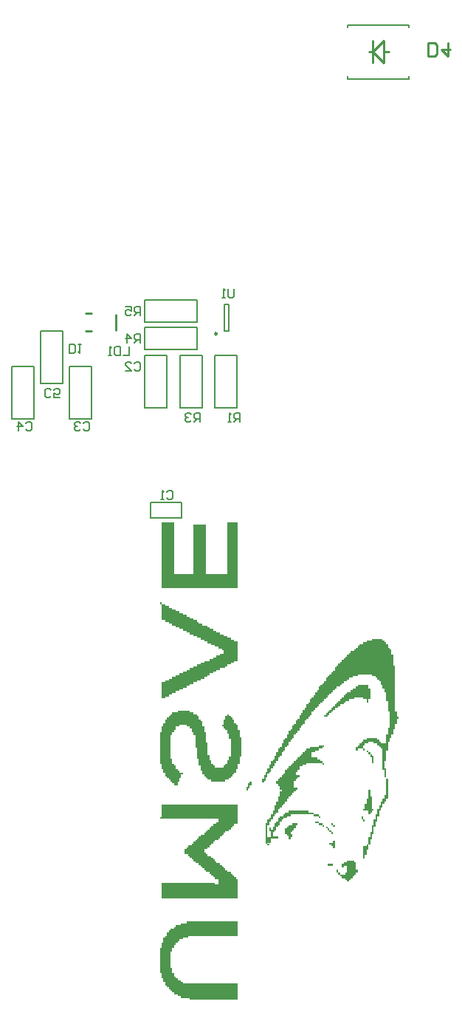
<source format=gbo>
G04*
G04 #@! TF.GenerationSoftware,Altium Limited,Altium Designer,22.3.1 (43)*
G04*
G04 Layer_Color=32896*
%FSLAX24Y24*%
%MOIN*%
G70*
G04*
G04 #@! TF.SameCoordinates,61A4D5B3-3B2A-409B-9F35-3F3BF520A47B*
G04*
G04*
G04 #@! TF.FilePolarity,Positive*
G04*
G01*
G75*
%ADD10C,0.0079*%
%ADD11C,0.0100*%
%ADD16C,0.0080*%
%ADD68C,0.0098*%
%ADD69C,0.0070*%
%ADD70C,0.0050*%
G36*
X21020Y53800D02*
X17580D01*
Y56760D01*
X18140D01*
Y54440D01*
X19020D01*
Y56680D01*
X19580D01*
Y54440D01*
X20540D01*
Y56760D01*
X21020D01*
Y53800D01*
D02*
G37*
G36*
X17580Y53080D02*
X17740D01*
Y53000D01*
X17900D01*
Y52920D01*
X18060D01*
Y52840D01*
X18220D01*
Y52760D01*
X18380D01*
Y52680D01*
X18540D01*
Y52600D01*
X18700D01*
Y52520D01*
X18860D01*
Y52440D01*
X19020D01*
Y52360D01*
X19180D01*
Y52280D01*
X19260D01*
Y52200D01*
X19420D01*
Y52120D01*
X19660D01*
Y52040D01*
X19740D01*
Y51960D01*
X19900D01*
Y51880D01*
X20060D01*
Y51800D01*
X20220D01*
Y51720D01*
X20380D01*
Y51640D01*
X20540D01*
Y51560D01*
X20700D01*
Y51480D01*
X20860D01*
Y51400D01*
X21020D01*
Y50520D01*
X20860D01*
Y50440D01*
X20700D01*
Y50360D01*
X20540D01*
Y50280D01*
X20460D01*
Y50200D01*
X20220D01*
Y50120D01*
X20060D01*
Y50040D01*
X19900D01*
Y49960D01*
X19740D01*
Y49880D01*
X19660D01*
Y49800D01*
X19500D01*
Y49720D01*
X19340D01*
Y49640D01*
X19180D01*
Y49560D01*
X19020D01*
Y49480D01*
X18860D01*
Y49400D01*
X18700D01*
Y49320D01*
X18540D01*
Y49240D01*
X18380D01*
Y49160D01*
X18220D01*
Y49080D01*
X18060D01*
Y49000D01*
X17900D01*
Y48920D01*
X17740D01*
Y48840D01*
X17580D01*
Y49560D01*
X17740D01*
Y49640D01*
X17900D01*
Y49720D01*
X18060D01*
Y49800D01*
X18220D01*
Y49880D01*
X18380D01*
Y49960D01*
X18540D01*
Y50040D01*
X18700D01*
Y50120D01*
X18860D01*
Y50200D01*
X19020D01*
Y50280D01*
X19180D01*
Y50360D01*
X19340D01*
Y50440D01*
X19500D01*
Y50520D01*
X19740D01*
Y50600D01*
X19900D01*
Y50680D01*
X20060D01*
Y50760D01*
X20220D01*
Y50840D01*
X20380D01*
Y51000D01*
X20300D01*
Y51080D01*
X20140D01*
Y51160D01*
X19980D01*
Y51240D01*
X19820D01*
Y51320D01*
X19660D01*
Y51400D01*
X19500D01*
Y51480D01*
X19340D01*
Y51560D01*
X19180D01*
Y51640D01*
X19020D01*
Y51720D01*
X18860D01*
Y51800D01*
X18700D01*
Y51880D01*
X18540D01*
Y51960D01*
X18380D01*
Y52040D01*
X18220D01*
Y52120D01*
X18060D01*
Y52200D01*
X17900D01*
Y52280D01*
X17740D01*
Y52360D01*
X17580D01*
Y53080D01*
X17500D01*
Y53160D01*
X17580D01*
Y53080D01*
D02*
G37*
G36*
X26920Y49280D02*
X27000D01*
Y48800D01*
X26920D01*
Y48640D01*
X26840D01*
Y48800D01*
X26680D01*
Y48880D01*
X26280D01*
Y48800D01*
X26040D01*
Y48720D01*
X25880D01*
Y48640D01*
X25800D01*
Y48560D01*
X25640D01*
Y48480D01*
X25560D01*
Y48400D01*
X25400D01*
Y48320D01*
X25320D01*
Y48240D01*
X25240D01*
Y48160D01*
X25160D01*
Y48080D01*
X25080D01*
Y48000D01*
X24920D01*
Y48080D01*
X25000D01*
Y48160D01*
X25080D01*
Y48240D01*
X25160D01*
Y48320D01*
X25240D01*
Y48400D01*
X25320D01*
Y48480D01*
X25400D01*
Y48560D01*
X25480D01*
Y48640D01*
X25560D01*
Y48720D01*
X25640D01*
Y48800D01*
X25720D01*
Y48880D01*
X25800D01*
Y48960D01*
X25880D01*
Y49040D01*
X25960D01*
Y49120D01*
X26120D01*
Y49200D01*
X26200D01*
Y49280D01*
X26360D01*
Y49360D01*
X26440D01*
Y49440D01*
X26920D01*
Y49280D01*
D02*
G37*
G36*
X27560Y51440D02*
X27640D01*
Y51360D01*
X27720D01*
Y51280D01*
X27800D01*
Y51120D01*
X27880D01*
Y51040D01*
X27960D01*
Y50800D01*
X28040D01*
Y50320D01*
X28120D01*
Y48240D01*
X28200D01*
Y48000D01*
X28280D01*
Y47920D01*
X28200D01*
Y47680D01*
X28120D01*
Y47440D01*
X28040D01*
Y47200D01*
X27960D01*
Y47040D01*
X27880D01*
Y46880D01*
X27800D01*
Y46480D01*
X27720D01*
Y46000D01*
X27640D01*
Y45680D01*
X27720D01*
Y45280D01*
X27640D01*
Y45600D01*
X27560D01*
Y46560D01*
X27480D01*
Y46640D01*
X27400D01*
Y46720D01*
X27320D01*
Y46800D01*
X27160D01*
Y46880D01*
X26920D01*
Y46800D01*
X26760D01*
Y46720D01*
X26680D01*
Y46560D01*
X26760D01*
Y46480D01*
X26680D01*
Y46560D01*
X26440D01*
Y46480D01*
X26360D01*
Y46640D01*
X26440D01*
Y46720D01*
X26520D01*
Y46800D01*
X26600D01*
Y46880D01*
X26680D01*
Y46960D01*
X26840D01*
Y47040D01*
X27320D01*
Y46960D01*
X27400D01*
Y46880D01*
X27480D01*
Y46800D01*
X27720D01*
Y47200D01*
X27800D01*
Y47520D01*
X27880D01*
Y48240D01*
X27800D01*
Y48720D01*
X27720D01*
Y49120D01*
X27640D01*
Y49280D01*
X27560D01*
Y49440D01*
X27480D01*
Y49600D01*
X27400D01*
Y49680D01*
X27320D01*
Y49760D01*
X27240D01*
Y49840D01*
X27080D01*
Y49920D01*
X26440D01*
Y49840D01*
X26200D01*
Y49760D01*
X26040D01*
Y49680D01*
X25960D01*
Y49600D01*
X25800D01*
Y49520D01*
X25720D01*
Y49440D01*
X25640D01*
Y49360D01*
X25480D01*
Y49280D01*
X25400D01*
Y49200D01*
X25320D01*
Y49120D01*
X25240D01*
Y49040D01*
X25160D01*
Y48960D01*
X25080D01*
Y48880D01*
X25000D01*
Y48800D01*
X24920D01*
Y48720D01*
X24840D01*
Y48640D01*
X24760D01*
Y48560D01*
X24680D01*
Y48480D01*
X24600D01*
Y48400D01*
X24520D01*
Y48320D01*
X24440D01*
Y48240D01*
X24360D01*
Y48080D01*
X24280D01*
Y48000D01*
X24200D01*
Y47920D01*
X24120D01*
Y47840D01*
X24040D01*
Y47680D01*
X23960D01*
Y47600D01*
X23880D01*
Y47520D01*
X23800D01*
Y47360D01*
X23720D01*
Y47280D01*
X23640D01*
Y47200D01*
X23560D01*
Y47040D01*
X23480D01*
Y46960D01*
X23400D01*
Y46880D01*
X23320D01*
Y46720D01*
X23240D01*
Y46640D01*
X23160D01*
Y46480D01*
X23080D01*
Y46400D01*
X23000D01*
Y46240D01*
X22920D01*
Y46160D01*
X22840D01*
Y46000D01*
X22760D01*
Y45920D01*
X22680D01*
Y45760D01*
X22600D01*
Y45680D01*
X22520D01*
Y45520D01*
X22440D01*
Y45440D01*
X22360D01*
Y45280D01*
X22280D01*
Y45120D01*
X22200D01*
Y45040D01*
X22120D01*
Y45200D01*
X22200D01*
Y45360D01*
X22280D01*
Y45520D01*
X22360D01*
Y45680D01*
X22440D01*
Y45840D01*
X22520D01*
Y46000D01*
X22600D01*
Y46080D01*
X22680D01*
Y46240D01*
X22760D01*
Y46400D01*
X22840D01*
Y46560D01*
X22920D01*
Y46640D01*
X23000D01*
Y46800D01*
X23080D01*
Y46960D01*
X23160D01*
Y47040D01*
X23240D01*
Y47200D01*
X23320D01*
Y47360D01*
X23400D01*
Y47440D01*
X23480D01*
Y47600D01*
X23560D01*
Y47680D01*
X23640D01*
Y47840D01*
X23720D01*
Y47920D01*
X23800D01*
Y48080D01*
X23880D01*
Y48160D01*
X23960D01*
Y48320D01*
X24040D01*
Y48400D01*
X24120D01*
Y48560D01*
X24200D01*
Y48640D01*
X24280D01*
Y48800D01*
X24360D01*
Y48880D01*
X24440D01*
Y48960D01*
X24520D01*
Y49120D01*
X24600D01*
Y49200D01*
X24680D01*
Y49360D01*
X24760D01*
Y49440D01*
X24840D01*
Y49520D01*
X24920D01*
Y49600D01*
X25000D01*
Y49760D01*
X25080D01*
Y49840D01*
X25160D01*
Y49920D01*
X25240D01*
Y50000D01*
X25320D01*
Y50080D01*
X25400D01*
Y50240D01*
X25480D01*
Y50320D01*
X25560D01*
Y50400D01*
X25640D01*
Y50480D01*
X25720D01*
Y50560D01*
X25800D01*
Y50640D01*
X25880D01*
Y50720D01*
X25960D01*
Y50800D01*
X26040D01*
Y50880D01*
X26120D01*
Y50960D01*
X26280D01*
Y51040D01*
X26360D01*
Y51120D01*
X26440D01*
Y51200D01*
X26520D01*
Y51280D01*
X26680D01*
Y51360D01*
X26840D01*
Y51440D01*
X27080D01*
Y51520D01*
X27560D01*
Y51440D01*
D02*
G37*
G36*
X26920Y46400D02*
X27000D01*
Y46320D01*
X27080D01*
Y46240D01*
X27160D01*
Y45920D01*
X27080D01*
Y46160D01*
X27000D01*
Y46320D01*
X26920D01*
Y46400D01*
X26840D01*
Y46480D01*
X26920D01*
Y46400D01*
D02*
G37*
G36*
X24920Y46640D02*
X24840D01*
Y46560D01*
X24680D01*
Y46480D01*
X24520D01*
Y46400D01*
X24360D01*
Y46160D01*
X24600D01*
Y46080D01*
X24760D01*
Y46000D01*
X24840D01*
Y45920D01*
X24920D01*
Y45840D01*
X24840D01*
Y45920D01*
X24120D01*
Y45840D01*
X23960D01*
Y45760D01*
X23800D01*
Y45600D01*
X23720D01*
Y45520D01*
X23640D01*
Y45360D01*
X23800D01*
Y45280D01*
X23720D01*
Y45200D01*
X23640D01*
Y45120D01*
X23560D01*
Y44800D01*
X23720D01*
Y44720D01*
X23640D01*
Y44640D01*
X23560D01*
Y44560D01*
X23480D01*
Y44480D01*
X23400D01*
Y44400D01*
X23320D01*
Y44320D01*
X23240D01*
Y44160D01*
X23160D01*
Y44080D01*
X23080D01*
Y44000D01*
X23000D01*
Y43920D01*
X22920D01*
Y43840D01*
X22840D01*
Y43680D01*
X22760D01*
Y43600D01*
X22680D01*
Y43520D01*
X22600D01*
Y43360D01*
X22520D01*
Y43280D01*
X22440D01*
Y43120D01*
X22360D01*
Y42560D01*
X22520D01*
Y42840D01*
X22440D01*
Y43000D01*
X22520D01*
Y42920D01*
X22600D01*
Y43040D01*
X22680D01*
Y43200D01*
X22760D01*
Y43280D01*
X22840D01*
Y43440D01*
X22920D01*
Y43520D01*
X23080D01*
Y43600D01*
X23160D01*
Y43680D01*
X23320D01*
Y43760D01*
X24200D01*
Y43680D01*
X24440D01*
Y43600D01*
X24680D01*
Y43520D01*
X24760D01*
Y43440D01*
X24680D01*
Y43520D01*
X24440D01*
Y43600D01*
X23400D01*
Y43520D01*
X23240D01*
Y43440D01*
X23080D01*
Y43360D01*
X23000D01*
Y43280D01*
X22920D01*
Y43120D01*
X22840D01*
Y43040D01*
X22760D01*
Y42880D01*
X22680D01*
Y42800D01*
X22600D01*
Y42600D01*
X22840D01*
Y42520D01*
X22520D01*
Y42320D01*
X22360D01*
Y42280D01*
X22440D01*
Y42200D01*
X22360D01*
Y42280D01*
X22280D01*
Y42480D01*
Y43200D01*
X22360D01*
Y43360D01*
X22440D01*
Y43440D01*
X22520D01*
Y43600D01*
X22600D01*
Y43760D01*
X22680D01*
Y44000D01*
X22760D01*
Y44160D01*
X22840D01*
Y44400D01*
X22920D01*
Y44640D01*
X23000D01*
Y44720D01*
X22920D01*
Y44880D01*
X22840D01*
Y44960D01*
X22760D01*
Y45120D01*
X22840D01*
Y45200D01*
X22920D01*
Y45280D01*
X23000D01*
Y45360D01*
X23080D01*
Y45440D01*
X23160D01*
Y45600D01*
X23240D01*
Y45680D01*
X23320D01*
Y45760D01*
X23400D01*
Y45840D01*
X23480D01*
Y45920D01*
X23560D01*
Y46000D01*
X23640D01*
Y46080D01*
X23720D01*
Y46160D01*
X23800D01*
Y46240D01*
X23880D01*
Y46320D01*
X23960D01*
Y46400D01*
X24040D01*
Y46480D01*
X24120D01*
Y46560D01*
X24280D01*
Y46640D01*
X24680D01*
Y46720D01*
X24920D01*
Y46640D01*
D02*
G37*
G36*
X18860Y48200D02*
X19020D01*
Y48120D01*
X19180D01*
Y48040D01*
X19260D01*
Y47880D01*
X19340D01*
Y47800D01*
X19420D01*
Y47560D01*
X19500D01*
Y47320D01*
X19580D01*
Y46840D01*
X19660D01*
Y46280D01*
X19740D01*
Y46040D01*
X19820D01*
Y45880D01*
X19900D01*
Y45800D01*
X19980D01*
Y45720D01*
X20380D01*
Y45800D01*
X20460D01*
Y45880D01*
X20540D01*
Y46040D01*
X20620D01*
Y46200D01*
X20700D01*
Y47000D01*
X20620D01*
Y47240D01*
X20540D01*
Y47400D01*
X20460D01*
Y47480D01*
X20380D01*
Y47560D01*
X20300D01*
Y47640D01*
X20380D01*
Y47880D01*
X20460D01*
Y48040D01*
X20540D01*
Y48120D01*
X20620D01*
Y48040D01*
X20700D01*
Y47960D01*
X20780D01*
Y47880D01*
X20860D01*
Y47720D01*
X20940D01*
Y47640D01*
X21020D01*
Y47400D01*
X21100D01*
Y47080D01*
X21180D01*
Y46200D01*
X21100D01*
Y45880D01*
X21020D01*
Y45640D01*
X20940D01*
Y45480D01*
X20860D01*
Y45400D01*
X20780D01*
Y45320D01*
X20700D01*
Y45240D01*
X20620D01*
Y45160D01*
X20460D01*
Y45080D01*
X19820D01*
Y45160D01*
X19660D01*
Y45240D01*
X19580D01*
Y45320D01*
X19500D01*
Y45400D01*
X19420D01*
Y45560D01*
X19340D01*
Y45800D01*
X19260D01*
Y46120D01*
X19180D01*
Y46600D01*
X19100D01*
Y47160D01*
X19020D01*
Y47320D01*
X18940D01*
Y47480D01*
X18860D01*
Y47560D01*
X18700D01*
Y47640D01*
X18380D01*
Y47560D01*
X18220D01*
Y47400D01*
X18140D01*
Y47320D01*
X18060D01*
Y47160D01*
X17980D01*
Y46120D01*
X18060D01*
Y45880D01*
X18140D01*
Y45800D01*
X18220D01*
Y45640D01*
X18300D01*
Y45560D01*
X18380D01*
Y45480D01*
X18540D01*
Y45400D01*
X18460D01*
Y45240D01*
X18380D01*
Y45080D01*
X18300D01*
Y44920D01*
X18140D01*
Y45000D01*
X18060D01*
Y45080D01*
X17980D01*
Y45160D01*
X17900D01*
Y45240D01*
X17820D01*
Y45320D01*
X17740D01*
Y45480D01*
X17660D01*
Y45640D01*
X17580D01*
Y45880D01*
X17500D01*
Y47320D01*
X17580D01*
Y47560D01*
X17660D01*
Y47720D01*
X17740D01*
Y47880D01*
X17820D01*
Y47960D01*
X17900D01*
Y48040D01*
X17980D01*
Y48120D01*
X18060D01*
Y48200D01*
X18300D01*
Y48280D01*
X18860D01*
Y48200D01*
D02*
G37*
G36*
X21640Y44920D02*
X21560D01*
Y44760D01*
X21480D01*
Y44680D01*
X21400D01*
Y44840D01*
X21480D01*
Y45000D01*
X21560D01*
Y45080D01*
X21640D01*
Y44920D01*
D02*
G37*
G36*
X27000Y44400D02*
X27080D01*
Y43840D01*
X27160D01*
Y43760D01*
X27080D01*
Y43680D01*
X27000D01*
Y43600D01*
X26920D01*
Y43760D01*
X26680D01*
Y43840D01*
X26760D01*
Y44080D01*
X26840D01*
Y44320D01*
X26920D01*
Y44720D01*
X27000D01*
Y44400D01*
D02*
G37*
G36*
X26680Y43360D02*
X26760D01*
Y43280D01*
X26680D01*
Y43360D01*
X26600D01*
Y43520D01*
X26680D01*
Y43360D01*
D02*
G37*
G36*
X25320Y43120D02*
X25400D01*
Y43040D01*
X25320D01*
Y43120D01*
X25240D01*
Y43200D01*
X25320D01*
Y43120D01*
D02*
G37*
G36*
X24680Y43200D02*
X24840D01*
Y43120D01*
X24920D01*
Y43040D01*
X24840D01*
Y43120D01*
X24680D01*
Y43200D01*
X24520D01*
Y43280D01*
X24680D01*
Y43200D01*
D02*
G37*
G36*
X25080Y42960D02*
X25160D01*
Y42880D01*
X25240D01*
Y42800D01*
X25320D01*
Y42720D01*
X25240D01*
Y42800D01*
X25160D01*
Y42880D01*
X25080D01*
Y42960D01*
X25000D01*
Y43040D01*
X25080D01*
Y42960D01*
D02*
G37*
G36*
X23720Y43120D02*
X23640D01*
Y42960D01*
X23560D01*
Y42880D01*
X23480D01*
Y42800D01*
X23400D01*
Y42720D01*
X23480D01*
Y42560D01*
X23400D01*
Y42480D01*
X23320D01*
Y42640D01*
X23240D01*
Y42720D01*
X23160D01*
Y42960D01*
X23240D01*
Y43040D01*
X23320D01*
Y43120D01*
X23480D01*
Y43200D01*
X23720D01*
Y43120D01*
D02*
G37*
G36*
X27800Y44320D02*
X27720D01*
Y44160D01*
X27640D01*
Y44080D01*
X27560D01*
Y43920D01*
X27480D01*
Y43760D01*
X27400D01*
Y43520D01*
X27320D01*
Y43280D01*
X27240D01*
Y43040D01*
X27160D01*
Y42720D01*
X27080D01*
Y42480D01*
X27000D01*
Y42240D01*
X26920D01*
Y42560D01*
X27000D01*
Y42800D01*
X27080D01*
Y43120D01*
X27160D01*
Y43360D01*
X27240D01*
Y43600D01*
X27320D01*
Y43840D01*
X27400D01*
Y44000D01*
X27480D01*
Y44160D01*
X27560D01*
Y44320D01*
X27640D01*
Y44480D01*
X27720D01*
Y45200D01*
X27800D01*
Y44320D01*
D02*
G37*
G36*
X25400Y42080D02*
X25320D01*
Y42160D01*
X25240D01*
Y42240D01*
X25160D01*
Y42320D01*
X25320D01*
Y42400D01*
X25400D01*
Y42080D01*
D02*
G37*
G36*
X26920Y42000D02*
X26840D01*
Y41760D01*
X26760D01*
Y41600D01*
X26680D01*
Y42160D01*
X26840D01*
Y42240D01*
X26920D01*
Y42000D01*
D02*
G37*
G36*
X25320Y41280D02*
X25080D01*
Y41360D01*
X25320D01*
Y41280D01*
D02*
G37*
G36*
X26280Y41440D02*
X26360D01*
Y41120D01*
X26440D01*
Y40960D01*
X26360D01*
Y40880D01*
X26280D01*
Y40800D01*
X26200D01*
Y40720D01*
X26120D01*
Y40640D01*
X26040D01*
Y40560D01*
X25960D01*
Y40640D01*
X25880D01*
Y40720D01*
X25720D01*
Y40800D01*
X25640D01*
Y40880D01*
X25560D01*
Y40960D01*
X25480D01*
Y41120D01*
X25560D01*
Y40960D01*
X25640D01*
Y40880D01*
X25880D01*
Y40960D01*
X25960D01*
Y41280D01*
X25800D01*
Y41200D01*
X25720D01*
Y41360D01*
X25800D01*
Y41440D01*
X25960D01*
Y41520D01*
X26280D01*
Y41440D01*
D02*
G37*
G36*
X21020Y43160D02*
X20860D01*
Y43080D01*
X20780D01*
Y43000D01*
X20700D01*
Y42920D01*
X20620D01*
Y42840D01*
X20460D01*
Y42760D01*
X20380D01*
Y42680D01*
X20300D01*
Y42600D01*
X20220D01*
Y42520D01*
X20140D01*
Y42440D01*
X19980D01*
Y42360D01*
X19900D01*
Y42280D01*
X19820D01*
Y42200D01*
X19740D01*
Y42120D01*
X19660D01*
Y42040D01*
X19500D01*
Y41880D01*
X19580D01*
Y41800D01*
X19660D01*
Y41720D01*
X19820D01*
Y41640D01*
X19900D01*
Y41560D01*
X19980D01*
Y41480D01*
X20060D01*
Y41400D01*
X20220D01*
Y41320D01*
X20300D01*
Y41240D01*
X20380D01*
Y41160D01*
X20460D01*
Y41080D01*
X20540D01*
Y41000D01*
X20700D01*
Y40920D01*
X20780D01*
Y40840D01*
X20860D01*
Y40760D01*
X20940D01*
Y40680D01*
X21020D01*
Y39800D01*
X17580D01*
Y40520D01*
X19980D01*
Y40440D01*
X20140D01*
Y40680D01*
X19980D01*
Y40760D01*
X19900D01*
Y40840D01*
X19820D01*
Y40920D01*
X19740D01*
Y41000D01*
X19580D01*
Y41080D01*
X19500D01*
Y41160D01*
X19420D01*
Y41240D01*
X19340D01*
Y41320D01*
X19260D01*
Y41400D01*
X19100D01*
Y41480D01*
X19020D01*
Y41560D01*
X18940D01*
Y41640D01*
X18860D01*
Y41720D01*
X18780D01*
Y41800D01*
X18620D01*
Y42040D01*
X18700D01*
Y42120D01*
X18780D01*
Y42200D01*
X18940D01*
Y42280D01*
X19020D01*
Y42360D01*
X19100D01*
Y42440D01*
X19180D01*
Y42520D01*
X19260D01*
Y42600D01*
X19340D01*
Y42680D01*
X19500D01*
Y42760D01*
X19580D01*
Y42840D01*
X19660D01*
Y42920D01*
X19740D01*
Y43000D01*
X19820D01*
Y43080D01*
X19900D01*
Y43160D01*
X20060D01*
Y43240D01*
X20140D01*
Y43400D01*
X17500D01*
Y43480D01*
X17580D01*
Y44040D01*
X21020D01*
Y43160D01*
D02*
G37*
G36*
Y38120D02*
X18780D01*
Y38040D01*
X18540D01*
Y37960D01*
X18380D01*
Y37880D01*
X18300D01*
Y37800D01*
X18220D01*
Y37720D01*
X18140D01*
Y37560D01*
X18060D01*
Y37400D01*
X17980D01*
Y36680D01*
X18060D01*
Y36440D01*
X18140D01*
Y36280D01*
X18220D01*
Y36200D01*
X18300D01*
Y36120D01*
X18460D01*
Y36040D01*
X18540D01*
Y35960D01*
X21020D01*
Y35240D01*
X18860D01*
Y35320D01*
X18460D01*
Y35400D01*
X18300D01*
Y35480D01*
X18140D01*
Y35560D01*
X18060D01*
Y35640D01*
X17980D01*
Y35720D01*
X17900D01*
Y35800D01*
X17820D01*
Y35880D01*
X17740D01*
Y36040D01*
X17660D01*
Y36200D01*
X17580D01*
Y36440D01*
X17500D01*
Y37560D01*
X17580D01*
Y37800D01*
X17660D01*
Y38040D01*
X17740D01*
Y38120D01*
X17820D01*
Y38280D01*
X17900D01*
Y38360D01*
X17980D01*
Y38440D01*
X18140D01*
Y38520D01*
X18220D01*
Y38600D01*
X18460D01*
Y38680D01*
X18700D01*
Y38760D01*
X21020D01*
Y38120D01*
D02*
G37*
D10*
X20598Y65390D02*
Y66610D01*
X20402Y65390D02*
Y66610D01*
X20598D01*
X20402Y65390D02*
X20598D01*
D11*
X27100Y77500D02*
Y78500D01*
Y78000D02*
X27600Y77500D01*
X27100Y78000D02*
X27600Y78500D01*
Y78000D02*
X27850D01*
X26950D02*
X27100D01*
X27600Y77500D02*
Y78500D01*
X14150Y65400D02*
X14400D01*
X14150Y66200D02*
X14400D01*
X15518Y65450D02*
Y66150D01*
X29600Y77800D02*
Y78400D01*
X29900D01*
X30000Y78300D01*
Y77900D01*
X29900Y77800D01*
X29600D01*
X30500Y78400D02*
Y77800D01*
X30200Y78100D01*
X30600D01*
D16*
X16333Y63933D02*
X16400Y64000D01*
X16533D01*
X16600Y63933D01*
Y63667D01*
X16533Y63600D01*
X16400D01*
X16333Y63667D01*
X15934Y63600D02*
X16200D01*
X15934Y63867D01*
Y63933D01*
X16000Y64000D01*
X16133D01*
X16200Y63933D01*
X12567Y62471D02*
X12500Y62404D01*
X12367D01*
X12300Y62471D01*
Y62737D01*
X12367Y62804D01*
X12500D01*
X12567Y62737D01*
X12966Y62404D02*
X12700D01*
Y62604D01*
X12833Y62537D01*
X12900D01*
X12966Y62604D01*
Y62737D01*
X12900Y62804D01*
X12767D01*
X12700Y62737D01*
X11433Y61233D02*
X11500Y61300D01*
X11633D01*
X11700Y61233D01*
Y60967D01*
X11633Y60900D01*
X11500D01*
X11433Y60967D01*
X11100Y60900D02*
Y61300D01*
X11300Y61100D01*
X11034D01*
X14033Y61233D02*
X14100Y61300D01*
X14233D01*
X14300Y61233D01*
Y60967D01*
X14233Y60900D01*
X14100D01*
X14033Y60967D01*
X13900Y61233D02*
X13833Y61300D01*
X13700D01*
X13634Y61233D01*
Y61167D01*
X13700Y61100D01*
X13767D01*
X13700D01*
X13634Y61033D01*
Y60967D01*
X13700Y60900D01*
X13833D01*
X13900Y60967D01*
X20835Y67300D02*
Y66967D01*
X20768Y66900D01*
X20635D01*
X20568Y66967D01*
Y67300D01*
X20435Y66900D02*
X20301D01*
X20368D01*
Y67300D01*
X20435Y67233D01*
X16109Y64700D02*
Y64300D01*
X15843D01*
X15710Y64700D02*
Y64300D01*
X15510D01*
X15443Y64367D01*
Y64633D01*
X15510Y64700D01*
X15710D01*
X15310Y64300D02*
X15176D01*
X15243D01*
Y64700D01*
X15310Y64633D01*
X21100Y61300D02*
Y61700D01*
X20900D01*
X20833Y61633D01*
Y61500D01*
X20900Y61433D01*
X21100D01*
X20967D02*
X20833Y61300D01*
X20700D02*
X20567D01*
X20633D01*
Y61700D01*
X20700Y61633D01*
X19300Y61300D02*
Y61700D01*
X19100D01*
X19033Y61633D01*
Y61500D01*
X19100Y61433D01*
X19300D01*
X19167D02*
X19033Y61300D01*
X18900Y61633D02*
X18833Y61700D01*
X18700D01*
X18634Y61633D01*
Y61567D01*
X18700Y61500D01*
X18767D01*
X18700D01*
X18634Y61433D01*
Y61367D01*
X18700Y61300D01*
X18833D01*
X18900Y61367D01*
X16626Y66100D02*
Y66500D01*
X16426D01*
X16359Y66433D01*
Y66300D01*
X16426Y66233D01*
X16626D01*
X16493D02*
X16359Y66100D01*
X15960Y66500D02*
X16226D01*
Y66300D01*
X16093Y66367D01*
X16026D01*
X15960Y66300D01*
Y66167D01*
X16026Y66100D01*
X16159D01*
X16226Y66167D01*
X16626Y64878D02*
Y65278D01*
X16426D01*
X16359Y65212D01*
Y65078D01*
X16426Y65012D01*
X16626D01*
X16493D02*
X16359Y64878D01*
X16026D02*
Y65278D01*
X16226Y65078D01*
X15960D01*
X17809Y58143D02*
X17876Y58209D01*
X18009D01*
X18076Y58143D01*
Y57876D01*
X18009Y57809D01*
X17876D01*
X17809Y57876D01*
X17676Y57809D02*
X17543D01*
X17609D01*
Y58209D01*
X17676Y58143D01*
X13425Y64400D02*
Y64800D01*
X13625D01*
X13692Y64733D01*
Y64467D01*
X13625Y64400D01*
X13425D01*
X13825Y64800D02*
X13958D01*
X13892D01*
Y64400D01*
X13825Y64467D01*
D68*
X20077Y65282D02*
G03*
X20077Y65282I-49J0D01*
G01*
D69*
X25983Y76780D02*
X28739D01*
X25983Y79220D02*
X28739D01*
Y76780D02*
Y76898D01*
Y79102D02*
Y79220D01*
X25983Y76780D02*
Y76898D01*
Y79102D02*
Y79220D01*
D70*
X17076Y57659D02*
X17076Y56959D01*
X18476D02*
Y57659D01*
X17076Y57659D02*
X18476Y57659D01*
X17076Y56959D02*
X18476D01*
X16826Y64300D02*
X17826D01*
Y61950D02*
Y64300D01*
X16826Y61950D02*
X17826D01*
X16826D02*
Y64300D01*
X18426D02*
X19426D01*
Y61950D02*
Y64300D01*
X18426Y61950D02*
X19426D01*
X18426D02*
Y64300D01*
X19973Y61950D02*
X20973D01*
X19973D02*
Y64300D01*
X20973D01*
Y61950D02*
Y64300D01*
X19176Y65800D02*
Y66800D01*
X16826Y65800D02*
X19176D01*
X16826D02*
Y66800D01*
X19176D01*
Y64566D02*
Y65566D01*
X16826Y64566D02*
X19176D01*
X16826D02*
Y65566D01*
X19176D01*
X12100Y65404D02*
X13100D01*
Y63054D02*
Y65404D01*
X12100Y63054D02*
X13100D01*
X12100D02*
Y65404D01*
X10800Y63800D02*
X11800D01*
Y61450D02*
Y63800D01*
X10800Y61450D02*
X11800D01*
X10800D02*
Y63800D01*
X13400D02*
X14400D01*
Y61450D02*
Y63800D01*
X13400Y61450D02*
X14400D01*
X13400D02*
Y63800D01*
M02*

</source>
